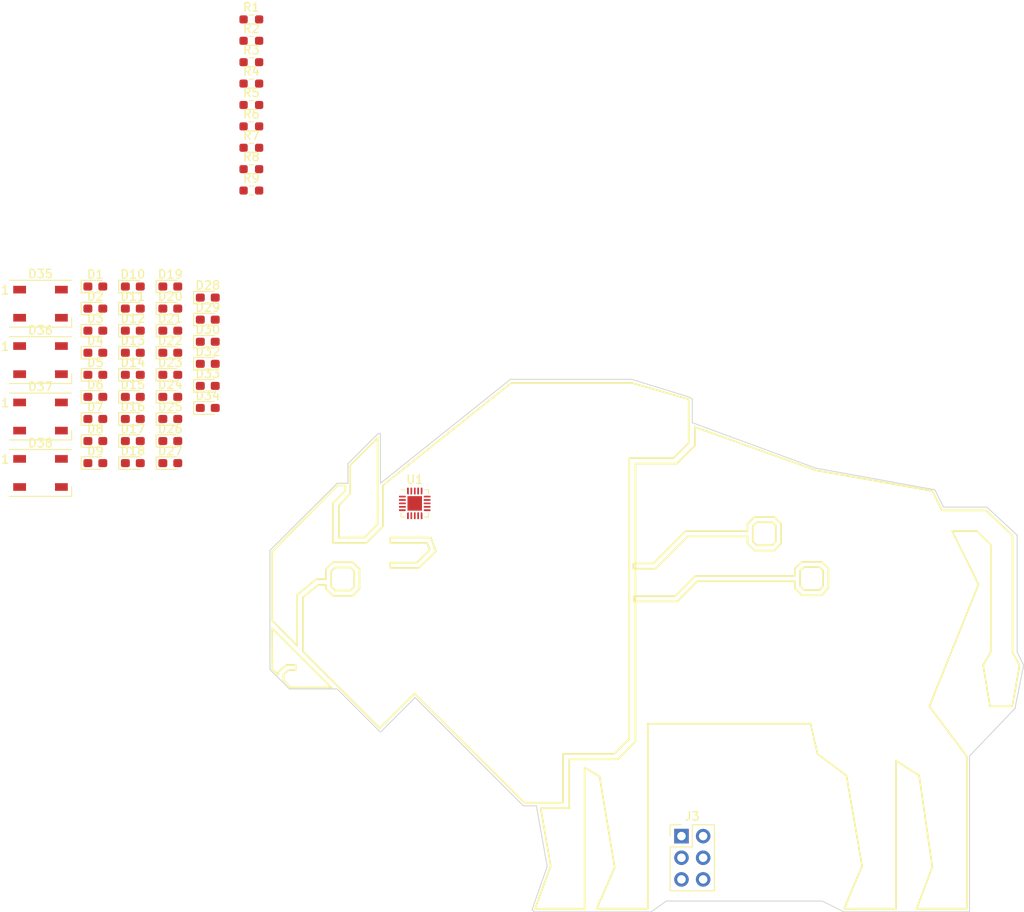
<source format=kicad_pcb>
(kicad_pcb (version 20221018) (generator pcbnew)
  (layers (0 "F.Cu" signal) (31 "B.Cu" signal) (34 "B.Paste" user) (35 "F.Paste" user) (36 "B.SilkS" user "B.Silkscreen") (37 "F.SilkS" user "F.Silkscreen") (38 "B.Mask" user) (39 "F.Mask" user) (44 "Edge.Cuts" user))
  (net 0 "")
  (net 1 "Net-(D1-K)")
  (net 2 "Net-(D1-A)")
  (net 3 "Net-(D11-K)")
  (net 4 "Net-(D10-K)")
  (net 5 "Net-(D12-A)")
  (net 6 "Net-(D10-A)")
  (net 7 "Net-(D32-K)")
  (net 8 "/LED_RED")
  (net 9 "Net-(D33-K)")
  (net 10 "/LED_GREEN")
  (net 11 "Net-(D34-K)")
  (net 12 "/LED_BLUE")
  (net 13 "/Battery_VIN")
  (net 14 "Net-(D35-DOUT)")
  (net 15 "GND")
  (net 16 "/DIO")
  (net 17 "Net-(D36-DOUT)")
  (net 18 "Net-(D37-DOUT)")
  (net 20 "/SDA{slash}MOSI{slash}DATA")
  (net 21 "/SCL{slash}SCK")
  (net 22 "/CS{slash}MISO")
  (net 23 "/UPDI")
  (net 24 "/Charlie_Plex_1")
  (net 25 "/Charlie_Plex_2")
  (net 26 "/Charlie_Plex_3")
  (net 27 "/Charlie_Plex_4")
  (net 28 "/Charlie_Plex_5")
  (net 29 "/Charlie_Plex_6")
  (net 32 "/RX")
  (net 33 "/TX")
  (footprint "Resistor_SMD:R_0603_1608Metric_Pad0.98x0.95mm_HandSolder" (layer "F.Cu") (at 49.1255 60.482)
    (fp_text reference "R6" (at 0 -1.43) (layer "F.SilkS"))
    (fp_text value "220")
    (pad "1" smd roundrect (at -0.9125 0) (size 0.975 0.95) (layers "F.Cu" "F.Paste" "F.Mask") (net 6 "Net-(D10-A)"))
    (pad "2" smd roundrect (at 0.9125 0) (size 0.975 0.95) (layers "F.Cu" "F.Paste" "F.Mask") (net 29 "/Charlie_Plex_6"))
  )
  (footprint "LED_SMD:LED_0603_1608Metric_Pad1.05x0.95mm_HandSolder" (layer "F.Cu") (at 44.0135 83.162)
    (fp_text reference "D29" (at 0 -1.43) (layer "F.SilkS"))
    (fp_text value "LED")
    (pad "1" smd roundrect (at -0.875 0) (size 1.05 0.95) (layers "F.Cu" "F.Paste" "F.Mask") (net 4 "Net-(D10-K)"))
    (pad "2" smd roundrect (at 0.875 0) (size 1.05 0.95) (layers "F.Cu" "F.Paste" "F.Mask") (net 1 "Net-(D1-K)"))
  )
  (footprint "LED_SMD:LED_0603_1608Metric_Pad1.05x0.95mm_HandSolder" (layer "F.Cu") (at 30.8285 79.274)
    (fp_text reference "D1" (at 0 -1.43) (layer "F.SilkS"))
    (fp_text value "LED")
    (pad "1" smd roundrect (at -0.875 0) (size 1.05 0.95) (layers "F.Cu" "F.Paste" "F.Mask") (net 1 "Net-(D1-K)"))
    (pad "2" smd roundrect (at 0.875 0) (size 1.05 0.95) (layers "F.Cu" "F.Paste" "F.Mask") (net 2 "Net-(D1-A)"))
  )
  (footprint "LED_SMD:LED_0603_1608Metric_Pad1.05x0.95mm_HandSolder" (layer "F.Cu") (at 30.8285 92.224)
    (fp_text reference "D6" (at 0 -1.43) (layer "F.SilkS"))
    (fp_text value "LED")
    (pad "1" smd roundrect (at -0.875 0) (size 1.05 0.95) (layers "F.Cu" "F.Paste" "F.Mask") (net 1 "Net-(D1-K)"))
    (pad "2" smd roundrect (at 0.875 0) (size 1.05 0.95) (layers "F.Cu" "F.Paste" "F.Mask") (net 3 "Net-(D11-K)"))
  )
  (footprint "LED_SMD:LED_0603_1608Metric_Pad1.05x0.95mm_HandSolder" (layer "F.Cu") (at 30.8285 97.404)
    (fp_text reference "D8" (at 0 -1.43) (layer "F.SilkS"))
    (fp_text value "LED")
    (pad "1" smd roundrect (at -0.875 0) (size 1.05 0.95) (layers "F.Cu" "F.Paste" "F.Mask") (net 2 "Net-(D1-A)"))
    (pad "2" smd roundrect (at 0.875 0) (size 1.05 0.95) (layers "F.Cu" "F.Paste" "F.Mask") (net 5 "Net-(D12-A)"))
  )
  (footprint "LED_SMD:LED_0603_1608Metric_Pad1.05x0.95mm_HandSolder" (layer "F.Cu") (at 35.2235 99.994)
    (fp_text reference "D18" (at 0 -1.43) (layer "F.SilkS"))
    (fp_text value "LED")
    (pad "1" smd roundrect (at -0.875 0) (size 1.05 0.95) (layers "F.Cu" "F.Paste" "F.Mask") (net 5 "Net-(D12-A)"))
    (pad "2" smd roundrect (at 0.875 0) (size 1.05 0.95) (layers "F.Cu" "F.Paste" "F.Mask") (net 1 "Net-(D1-K)"))
  )
  (footprint "Resistor_SMD:R_0603_1608Metric_Pad0.98x0.95mm_HandSolder" (layer "F.Cu") (at 49.1255 47.932)
    (fp_text reference "R1" (at 0 -1.43) (layer "F.SilkS"))
    (fp_text value "220")
    (pad "1" smd roundrect (at -0.9125 0) (size 0.975 0.95) (layers "F.Cu" "F.Paste" "F.Mask") (net 1 "Net-(D1-K)"))
    (pad "2" smd roundrect (at 0.9125 0) (size 0.975 0.95) (layers "F.Cu" "F.Paste" "F.Mask") (net 24 "/Charlie_Plex_1"))
  )
  (footprint "LED_SMD:LED_0603_1608Metric_Pad1.05x0.95mm_HandSolder" (layer "F.Cu") (at 44.0135 93.522)
    (fp_text reference "D34" (at 0 -1.43) (layer "F.SilkS"))
    (fp_text value "LED")
    (pad "1" smd roundrect (at -0.875 0) (size 1.05 0.95) (layers "F.Cu" "F.Paste" "F.Mask") (net 11 "Net-(D34-K)"))
    (pad "2" smd roundrect (at 0.875 0) (size 1.05 0.95) (layers "F.Cu" "F.Paste" "F.Mask") (net 12 "/LED_BLUE"))
  )
  (footprint "LED_SMD:LED_0603_1608Metric_Pad1.05x0.95mm_HandSolder" (layer "F.Cu") (at 39.6185 92.224)
    (fp_text reference "D24" (at 0 -1.43) (layer "F.SilkS"))
    (fp_text value "LED")
    (pad "1" smd roundrect (at -0.875 0) (size 1.05 0.95) (layers "F.Cu" "F.Paste" "F.Mask") (net 1 "Net-(D1-K)"))
    (pad "2" smd roundrect (at 0.875 0) (size 1.05 0.95) (layers "F.Cu" "F.Paste" "F.Mask") (net 4 "Net-(D10-K)"))
  )
  (footprint "Resistor_SMD:R_0603_1608Metric_Pad0.98x0.95mm_HandSolder" (layer "F.Cu") (at 49.1255 68.012)
    (fp_text reference "R9" (at 0 -1.43) (layer "F.SilkS"))
    (fp_text value "220")
    (pad "1" smd roundrect (at -0.9125 0) (size 0.975 0.95) (layers "F.Cu" "F.Paste" "F.Mask") (net 11 "Net-(D34-K)"))
    (pad "2" smd roundrect (at 0.9125 0) (size 0.975 0.95) (layers "F.Cu" "F.Paste" "F.Mask") (net 15 "GND"))
  )
  (footprint "LED_SMD:LED_WS2812B_PLCC4_5.0x5.0mm_P3.2mm" (layer "F.Cu") (at 24.3985 87.909)
    (fp_text reference "D36" (at 0 -3.5) (layer "F.SilkS"))
    (fp_text value "WS2812B")
    (fp_text user "1" (at -4.15 -1.6) (layer "F.SilkS"))
    (pad "1" smd rect (at -2.45 -1.65) (size 1.5 0.9) (layers "F.Cu" "F.Paste" "F.Mask") (net 13 "/Battery_VIN"))
    (pad "2" smd rect (at -2.45 1.65) (size 1.5 0.9) (layers "F.Cu" "F.Paste" "F.Mask") (net 17 "Net-(D36-DOUT)"))
    (pad "3" smd rect (at 2.45 1.65) (size 1.5 0.9) (layers "F.Cu" "F.Paste" "F.Mask") (net 15 "GND"))
    (pad "4" smd rect (at 2.45 -1.65) (size 1.5 0.9) (layers "F.Cu" "F.Paste" "F.Mask") (net 14 "Net-(D35-DOUT)"))
  )
  (footprint "LED_SMD:LED_0603_1608Metric_Pad1.05x0.95mm_HandSolder" (layer "F.Cu") (at 44.0135 88.342)
    (fp_text reference "D32" (at 0 -1.43) (layer "F.SilkS"))
    (fp_text value "LED")
    (pad "1" smd roundrect (at -0.875 0) (size 1.05 0.95) (layers "F.Cu" "F.Paste" "F.Mask") (net 7 "Net-(D32-K)"))
    (pad "2" smd roundrect (at 0.875 0) (size 1.05 0.95) (layers "F.Cu" "F.Paste" "F.Mask") (net 8 "/LED_RED"))
  )
  (footprint "LED_SMD:LED_0603_1608Metric_Pad1.05x0.95mm_HandSolder" (layer "F.Cu") (at 35.2235 97.404)
    (fp_text reference "D17" (at 0 -1.43) (layer "F.SilkS"))
    (fp_text value "LED")
    (pad "1" smd roundrect (at -0.875 0) (size 1.05 0.95) (layers "F.Cu" "F.Paste" "F.Mask") (net 3 "Net-(D11-K)"))
    (pad "2" smd roundrect (at 0.875 0) (size 1.05 0.95) (layers "F.Cu" "F.Paste" "F.Mask") (net 5 "Net-(D12-A)"))
  )
  (footprint "LED_SMD:LED_0603_1608Metric_Pad1.05x0.95mm_HandSolder" (layer "F.Cu") (at 39.6185 84.454)
    (fp_text reference "D21" (at 0 -1.43) (layer "F.SilkS"))
    (fp_text value "LED")
    (pad "1" smd roundrect (at -0.875 0) (size 1.05 0.95) (layers "F.Cu" "F.Paste" "F.Mask") (net 5 "Net-(D12-A)"))
    (pad "2" smd roundrect (at 0.875 0) (size 1.05 0.95) (layers "F.Cu" "F.Paste" "F.Mask") (net 3 "Net-(D11-K)"))
  )
  (footprint "LED_SMD:LED_0603_1608Metric_Pad1.05x0.95mm_HandSolder" (layer "F.Cu") (at 39.6185 87.044)
    (fp_text reference "D22" (at 0 -1.43) (layer "F.SilkS"))
    (fp_text value "LED")
    (pad "1" smd roundrect (at -0.875 0) (size 1.05 0.95) (layers "F.Cu" "F.Paste" "F.Mask") (net 3 "Net-(D11-K)"))
    (pad "2" smd roundrect (at 0.875 0) (size 1.05 0.95) (layers "F.Cu" "F.Paste" "F.Mask") (net 6 "Net-(D10-A)"))
  )
  (footprint "LED_SMD:LED_WS2812B_PLCC4_5.0x5.0mm_P3.2mm" (layer "F.Cu") (at 24.3985 94.529)
    (fp_text reference "D37" (at 0 -3.5) (layer "F.SilkS"))
    (fp_text value "WS2812B")
    (fp_text user "1" (at -4.15 -1.6) (layer "F.SilkS"))
    (pad "1" smd rect (at -2.45 -1.65) (size 1.5 0.9) (layers "F.Cu" "F.Paste" "F.Mask") (net 13 "/Battery_VIN"))
    (pad "2" smd rect (at -2.45 1.65) (size 1.5 0.9) (layers "F.Cu" "F.Paste" "F.Mask") (net 18 "Net-(D37-DOUT)"))
    (pad "3" smd rect (at 2.45 1.65) (size 1.5 0.9) (layers "F.Cu" "F.Paste" "F.Mask") (net 15 "GND"))
    (pad "4" smd rect (at 2.45 -1.65) (size 1.5 0.9) (layers "F.Cu" "F.Paste" "F.Mask") (net 17 "Net-(D36-DOUT)"))
  )
  (footprint "LED_SMD:LED_0603_1608Metric_Pad1.05x0.95mm_HandSolder" (layer "F.Cu") (at 44.0135 90.932)
    (fp_text reference "D33" (at 0 -1.43) (layer "F.SilkS"))
    (fp_text value "LED")
    (pad "1" smd roundrect (at -0.875 0) (size 1.05 0.95) (layers "F.Cu" "F.Paste" "F.Mask") (net 9 "Net-(D33-K)"))
    (pad "2" smd roundrect (at 0.875 0) (size 1.05 0.95) (layers "F.Cu" "F.Paste" "F.Mask") (net 10 "/LED_GREEN"))
  )
  (footprint "LED_SMD:LED_0603_1608Metric_Pad1.05x0.95mm_HandSolder" (layer "F.Cu") (at 39.6185 97.404)
    (fp_text reference "D26" (at 0 -1.43) (layer "F.SilkS"))
    (fp_text value "LED")
    (pad "1" smd roundrect (at -0.875 0) (size 1.05 0.95) (layers "F.Cu" "F.Paste" "F.Mask") (net 6 "Net-(D10-A)"))
    (pad "2" smd roundrect (at 0.875 0) (size 1.05 0.95) (layers "F.Cu" "F.Paste" "F.Mask") (net 5 "Net-(D12-A)"))
  )
  (footprint "LED_SMD:LED_0603_1608Metric_Pad1.05x0.95mm_HandSolder" (layer "F.Cu") (at 39.6185 94.814)
    (fp_text reference "D25" (at 0 -1.43) (layer "F.SilkS"))
    (fp_text value "LED")
    (pad "1" smd roundrect (at -0.875 0) (size 1.05 0.95) (layers "F.Cu" "F.Paste" "F.Mask") (net 4 "Net-(D10-K)"))
    (pad "2" smd roundrect (at 0.875 0) (size 1.05 0.95) (layers "F.Cu" "F.Paste" "F.Mask") (net 2 "Net-(D1-A)"))
  )
  (footprint "LED_SMD:LED_0603_1608Metric_Pad1.05x0.95mm_HandSolder" (layer "F.Cu") (at 44.0135 85.752)
    (fp_text reference "D30" (at 0 -1.43) (layer "F.SilkS"))
    (fp_text value "LED")
    (pad "1" smd roundrect (at -0.875 0) (size 1.05 0.95) (layers "F.Cu" "F.Paste" "F.Mask") (net 2 "Net-(D1-A)"))
    (pad "2" smd roundrect (at 0.875 0) (size 1.05 0.95) (layers "F.Cu" "F.Paste" "F.Mask") (net 1 "Net-(D1-K)"))
  )
  (footprint "LED_SMD:LED_0603_1608Metric_Pad1.05x0.95mm_HandSolder" (layer "F.Cu") (at 30.8285 94.814)
    (fp_text reference "D7" (at 0 -1.43) (layer "F.SilkS"))
    (fp_text value "LED")
    (pad "1" smd roundrect (at -0.875 0) (size 1.05 0.95) (layers "F.Cu" "F.Paste" "F.Mask") (net 3 "Net-(D11-K)"))
    (pad "2" smd roundrect (at 0.875 0) (size 1.05 0.95) (layers "F.Cu" "F.Paste" "F.Mask") (net 2 "Net-(D1-A)"))
  )
  (footprint "Resistor_SMD:R_0603_1608Metric_Pad0.98x0.95mm_HandSolder" (layer "F.Cu") (at 49.1255 52.952)
    (fp_text reference "R3" (at 0 -1.43) (layer "F.SilkS"))
    (fp_text value "220")
    (pad "1" smd roundrect (at -0.9125 0) (size 0.975 0.95) (layers "F.Cu" "F.Paste" "F.Mask") (net 3 "Net-(D11-K)"))
    (pad "2" smd roundrect (at 0.9125 0) (size 0.975 0.95) (layers "F.Cu" "F.Paste" "F.Mask") (net 26 "/Charlie_Plex_3"))
  )
  (footprint "LED_SMD:LED_0603_1608Metric_Pad1.05x0.95mm_HandSolder" (layer "F.Cu") (at 35.2235 89.634)
    (fp_text reference "D14" (at 0 -1.43) (layer "F.SilkS"))
    (fp_text value "LED")
    (pad "1" smd roundrect (at -0.875 0) (size 1.05 0.95) (layers "F.Cu" "F.Paste" "F.Mask") (net 2 "Net-(D1-A)"))
    (pad "2" smd roundrect (at 0.875 0) (size 1.05 0.95) (layers "F.Cu" "F.Paste" "F.Mask") (net 6 "Net-(D10-A)"))
  )
  (footprint "LED_SMD:LED_0603_1608Metric_Pad1.05x0.95mm_HandSolder" (layer "F.Cu") (at 30.8285 81.864)
    (fp_text reference "D2" (at 0 -1.43) (layer "F.SilkS"))
    (fp_text value "LED")
    (pad "1" smd roundrect (at -0.875 0) (size 1.05 0.95) (layers "F.Cu" "F.Paste" "F.Mask") (net 2 "Net-(D1-A)"))
    (pad "2" smd roundrect (at 0.875 0) (size 1.05 0.95) (layers "F.Cu" "F.Paste" "F.Mask") (net 3 "Net-(D11-K)"))
  )
  (footprint "LED_SMD:LED_WS2812B_PLCC4_5.0x5.0mm_P3.2mm" (layer "F.Cu") (at 24.3985 101.149)
    (fp_text reference "D38" (at 0 -3.5) (layer "F.SilkS"))
    (fp_text value "WS2812B")
    (fp_text user "1" (at -4.15 -1.6) (layer "F.SilkS"))
    (pad "1" smd rect (at -2.45 -1.65) (size 1.5 0.9) (layers "F.Cu" "F.Paste" "F.Mask") (net 13 "/Battery_VIN"))
    (pad "2" smd rect (at -2.45 1.65) (size 1.5 0.9) (layers "F.Cu" "F.Paste" "F.Mask"))
    (pad "3" smd rect (at 2.45 1.65) (size 1.5 0.9) (layers "F.Cu" "F.Paste" "F.Mask") (net 15 "GND"))
    (pad "4" smd rect (at 2.45 -1.65) (size 1.5 0.9) (layers "F.Cu" "F.Paste" "F.Mask") (net 18 "Net-(D37-DOUT)"))
  )
  (footprint "Resistor_SMD:R_0603_1608Metric_Pad0.98x0.95mm_HandSolder" (layer "F.Cu") (at 49.1255 65.502)
    (fp_text reference "R8" (at 0 -1.43) (layer "F.SilkS"))
    (fp_text value "220")
    (pad "1" smd roundrect (at -0.9125 0) (size 0.975 0.95) (layers "F.Cu" "F.Paste" "F.Mask") (net 9 "Net-(D33-K)"))
    (pad "2" smd roundrect (at 0.9125 0) (size 0.975 0.95) (layers "F.Cu" "F.Paste" "F.Mask") (net 15 "GND"))
  )
  (footprint "LED_SMD:LED_0603_1608Metric_Pad1.05x0.95mm_HandSolder" (layer "F.Cu") (at 35.2235 92.224)
    (fp_text reference "D15" (at 0 -1.43) (layer "F.SilkS"))
    (fp_text value "LED")
    (pad "1" smd roundrect (at -0.875 0) (size 1.05 0.95) (layers "F.Cu" "F.Paste" "F.Mask") (net 6 "Net-(D10-A)"))
    (pad "2" smd roundrect (at 0.875 0) (size 1.05 0.95) (layers "F.Cu" "F.Paste" "F.Mask") (net 4 "Net-(D10-K)"))
  )
  (footprint "LED_SMD:LED_0603_1608Metric_Pad1.05x0.95mm_HandSolder" (layer "F.Cu") (at 35.2235 94.814)
    (fp_text reference "D16" (at 0 -1.43) (layer "F.SilkS"))
    (fp_text value "LED")
    (pad "1" smd roundrect (at -0.875 0) (size 1.05 0.95) (layers "F.Cu" "F.Paste" "F.Mask") (net 2 "Net-(D1-A)"))
    (pad "2" smd roundrect (at 0.875 0) (size 1.05 0.95) (layers "F.Cu" "F.Paste" "F.Mask") (net 4 "Net-(D10-K)"))
  )
  (footprint "LED_SMD:LED_0603_1608Metric_Pad1.05x0.95mm_HandSolder" (layer "F.Cu") (at 30.8285 84.454)
    (fp_text reference "D3" (at 0 -1.43) (layer "F.SilkS"))
    (fp_text value "LED")
    (pad "1" smd roundrect (at -0.875 0) (size 1.05 0.95) (layers "F.Cu" "F.Paste" "F.Mask") (net 3 "Net-(D11-K)"))
    (pad "2" smd roundrect (at 0.875 0) (size 1.05 0.95) (layers "F.Cu" "F.Paste" "F.Mask") (net 4 "Net-(D10-K)"))
  )
  (footprint "Resistor_SMD:R_0603_1608Metric_Pad0.98x0.95mm_HandSolder" (layer "F.Cu") (at 49.1255 62.992)
    (fp_text reference "R7" (at 0 -1.43) (layer "F.SilkS"))
    (fp_text value "220")
    (pad "1" smd roundrect (at -0.9125 0) (size 0.975 0.95) (layers "F.Cu" "F.Paste" "F.Mask") (net 7 "Net-(D32-K)"))
    (pad "2" smd roundrect (at 0.9125 0) (size 0.975 0.95) (layers "F.Cu" "F.Paste" "F.Mask") (net 15 "GND"))
  )
  (footprint "LED_SMD:LED_0603_1608Metric_Pad1.05x0.95mm_HandSolder" (layer "F.Cu") (at 30.8285 87.044)
    (fp_text reference "D4" (at 0 -1.43) (layer "F.SilkS"))
    (fp_text value "LED")
    (pad "1" smd roundrect (at -0.875 0) (size 1.05 0.95) (layers "F.Cu" "F.Paste" "F.Mask") (net 4 "Net-(D10-K)"))
    (pad "2" smd roundrect (at 0.875 0) (size 1.05 0.95) (layers "F.Cu" "F.Paste" "F.Mask") (net 5 "Net-(D12-A)"))
  )
  (footprint "LED_SMD:LED_WS2812B_PLCC4_5.0x5.0mm_P3.2mm" (layer "F.Cu") (at 24.3985 81.289)
    (fp_text reference "D35" (at 0 -3.5) (layer "F.SilkS"))
    (fp_text value "WS2812B")
    (fp_text user "1" (at -4.15 -1.6) (layer "F.SilkS"))
    (pad "1" smd rect (at -2.45 -1.65) (size 1.5 0.9) (layers "F.Cu" "F.Paste" "F.Mask") (net 13 "/Battery_VIN"))
    (pad "2" smd rect (at -2.45 1.65) (size 1.5 0.9) (layers "F.Cu" "F.Paste" "F.Mask") (net 14 "Net-(D35-DOUT)"))
    (pad "3" smd rect (at 2.45 1.65) (size 1.5 0.9) (layers "F.Cu" "F.Paste" "F.Mask") (net 15 "GND"))
    (pad "4" smd rect (at 2.45 -1.65) (size 1.5 0.9) (layers "F.Cu" "F.Paste" "F.Mask") (net 16 "/DIO"))
  )
  (footprint "LED_SMD:LED_0603_1608Metric_Pad1.05x0.95mm_HandSolder" (layer "F.Cu") (at 30.8285 89.634)
    (fp_text reference "D5" (at 0 -1.43) (layer "F.SilkS"))
    (fp_text value "LED")
    (pad "1" smd roundrect (at -0.875 0) (size 1.05 0.95) (layers "F.Cu" "F.Paste" "F.Mask") (net 5 "Net-(D12-A)"))
    (pad "2" smd roundrect (at 0.875 0) (size 1.05 0.95) (layers "F.Cu" "F.Paste" "F.Mask") (net 6 "Net-(D10-A)"))
  )
  (footprint "LED_SMD:LED_0603_1608Metric_Pad1.05x0.95mm_HandSolder" (layer "F.Cu") (at 39.6185 89.634)
    (fp_text reference "D23" (at 0 -1.43) (layer "F.SilkS"))
    (fp_text value "LED")
    (pad "1" smd roundrect (at -0.875 0) (size 1.05 0.95) (layers "F.Cu" "F.Paste" "F.Mask") (net 6 "Net-(D10-A)"))
    (pad "2" smd roundrect (at 0.875 0) (size 1.05 0.95) (layers "F.Cu" "F.Paste" "F.Mask") (net 1 "Net-(D1-K)"))
  )
  (footprint "LED_SMD:LED_0603_1608Metric_Pad1.05x0.95mm_HandSolder" (layer "F.Cu") (at 35.2235 79.274)
    (fp_text reference "D10" (at 0 -1.43) (layer "F.SilkS"))
    (fp_text value "LED")
    (pad "1" smd roundrect (at -0.875 0) (size 1.05 0.95) (layers "F.Cu" "F.Paste" "F.Mask") (net 4 "Net-(D10-K)"))
    (pad "2" smd roundrect (at 0.875 0) (size 1.05 0.95) (layers "F.Cu" "F.Paste" "F.Mask") (net 6 "Net-(D10-A)"))
  )
  (footprint "LED_SMD:LED_0603_1608Metric_Pad1.05x0.95mm_HandSolder" (layer "F.Cu") (at 39.6185 79.274)
    (fp_text reference "D19" (at 0 -1.43) (layer "F.SilkS"))
    (fp_text value "LED")
    (pad "1" smd roundrect (at -0.875 0) (size 1.05 0.95) (layers "F.Cu" "F.Paste" "F.Mask") (net 1 "Net-(D1-K)"))
    (pad "2" smd roundrect (at 0.875 0) (size 1.05 0.95) (layers "F.Cu" "F.Paste" "F.Mask") (net 6 "Net-(D10-A)"))
  )
  (footprint "Resistor_SMD:R_0603_1608Metric_Pad0.98x0.95mm_HandSolder" (layer "F.Cu") (at 49.1255 50.442)
    (fp_text reference "R2" (at 0 -1.43) (layer "F.SilkS"))
    (fp_text value "220")
    (pad "1" smd roundrect (at -0.9125 0) (size 0.975 0.95) (layers "F.Cu" "F.Paste" "F.Mask") (net 2 "Net-(D1-A)"))
    (pad "2" smd roundrect (at 0.9125 0) (size 0.975 0.95) (layers "F.Cu" "F.Paste" "F.Mask") (net 25 "/Charlie_Plex_2"))
  )
  (footprint "LED_SMD:LED_0603_1608Metric_Pad1.05x0.95mm_HandSolder" (layer "F.Cu") (at 35.2235 84.454)
    (fp_text reference "D12" (at 0 -1.43) (layer "F.SilkS"))
    (fp_text value "LED")
    (pad "1" smd roundrect (at -0.875 0) (size 1.05 0.95) (layers "F.Cu" "F.Paste" "F.Mask") (net 1 "Net-(D1-K)"))
    (pad "2" smd roundrect (at 0.875 0) (size 1.05 0.95) (layers "F.Cu" "F.Paste" "F.Mask") (net 5 "Net-(D12-A)"))
  )
  (footprint "LED_SMD:LED_0603_1608Metric_Pad1.05x0.95mm_HandSolder" (layer "F.Cu") (at 39.6185 99.994)
    (fp_text reference "D27" (at 0 -1.43) (layer "F.SilkS"))
    (fp_text value "LED")
    (pad "1" smd roundrect (at -0.875 0) (size 1.05 0.95) (layers "F.Cu" "F.Paste" "F.Mask") (net 6 "Net-(D10-A)"))
    (pad "2" smd roundrect (at 0.875 0) (size 1.05 0.95) (layers "F.Cu" "F.Paste" "F.Mask") (net 3 "Net-(D11-K)"))
  )
  (footprint "LED_SMD:LED_0603_1608Metric_Pad1.05x0.95mm_HandSolder" (layer "F.Cu") (at 35.2235 81.864)
    (fp_text reference "D11" (at 0 -1.43) (layer "F.SilkS"))
    (fp_text value "LED")
    (pad "1" smd roundrect (at -0.875 0) (size 1.05 0.95) (layers "F.Cu" "F.Paste" "F.Mask") (net 3 "Net-(D11-K)"))
    (pad "2" smd roundrect (at 0.875 0) (size 1.05 0.95) (layers "F.Cu" "F.Paste" "F.Mask") (net 1 "Net-(D1-K)"))
  )
  (footprint "LED_SMD:LED_0603_1608Metric_Pad1.05x0.95mm_HandSolder" (layer "F.Cu") (at 30.8285 99.994)
    (fp_text reference "D9" (at 0 -1.43) (layer "F.SilkS"))
    (fp_text value "LED")
    (pad "1" smd roundrect (at -0.875 0) (size 1.05 0.95) (layers "F.Cu" "F.Paste" "F.Mask") (net 5 "Net-(D12-A)"))
    (pad "2" smd roundrect (at 0.875 0) (size 1.05 0.95) (layers "F.Cu" "F.Paste" "F.Mask") (net 4 "Net-(D10-K)"))
  )
  (footprint "LED_SMD:LED_0603_1608Metric_Pad1.05x0.95mm_HandSolder" (layer "F.Cu") (at 44.0135 80.572)
    (fp_text reference "D28" (at 0 -1.43) (layer "F.SilkS"))
    (fp_text value "LED")
    (pad "1" smd roundrect (at -0.875 0) (size 1.05 0.95) (layers "F.Cu" "F.Paste" "F.Mask") (net 4 "Net-(D10-K)"))
    (pad "2" smd roundrect (at 0.875 0) (size 1.05 0.95) (layers "F.Cu" "F.Paste" "F.Mask") (net 3 "Net-(D11-K)"))
  )
  (footprint "Package_DFN_QFN:VQFN-20-1EP_3x3mm_P0.4mm_EP1.7x1.7mm" (layer "F.Cu") (at 68.288 104.722)
    (fp_text reference "U1" (at 0 -2.8) (layer "F.SilkS"))
    (fp_text value "ATtiny816-M")
    (pad "1" smd custom (at -1.45 -0.8) (size 0.143431 0.143431) (layers "F.Cu" "F.Paste" "F.Mask") (net 25 "/Charlie_Plex_2") (options (clearance outline) (anchor circle)) (primitives (gr_poly (pts (xy 0.35 0.000711) (xy 0.35 0.05) (xy -0.35 0.05) (xy -0.35 -0.05) (xy 0.299289 -0.05)) (width 0.1) (fill yes))))
    (pad "2" smd roundrect (at -1.45 -0.4) (size 0.8 0.2) (layers "F.Cu" "F.Paste" "F.Mask") (net 26 "/Charlie_Plex_3"))
    (pad "3" smd roundrect (at -1.45 0) (size 0.8 0.2) (layers "F.Cu" "F.Paste" "F.Mask") (net 15 "GND"))
    (pad "4" smd roundrect (at -1.45 0.4) (size 0.8 0.2) (layers "F.Cu" "F.Paste" "F.Mask") (net 13 "/Battery_VIN"))
    (pad "5" smd custom (at -1.45 0.8) (size 0.143431 0.143431) (layers "F.Cu" "F.Paste" "F.Mask") (net 27 "/Charlie_Plex_4") (options (clearance outline) (anchor circle)) (primitives (gr_poly (pts (xy 0.35 -0.000711) (xy 0.299289 0.05) (xy -0.35 0.05) (xy -0.35 -0.05) (xy 0.35 -0.05)) (width 0.1) (fill yes))))
    (pad "6" smd custom (at -0.8 1.45) (size 0.143431 0.143431) (layers "F.Cu" "F.Paste" "F.Mask") (net 28 "/Charlie_Plex_5") (options (clearance outline) (anchor circle)) (primitives (gr_poly (pts (xy 0.05 0.35) (xy -0.05 0.35) (xy -0.05 -0.299289) (xy 0.000711 -0.35) (xy 0.05 -0.35)) (width 0.1) (fill yes))))
    (pad "7" smd roundrect (at -0.4 1.45) (size 0.2 0.8) (layers "F.Cu" "F.Paste" "F.Mask") (net 29 "/Charlie_Plex_6"))
    (pad "8" smd roundrect (at 0 1.45) (size 0.2 0.8) (layers "F.Cu" "F.Paste" "F.Mask"))
    (pad "9" smd roundrect (at 0.4 1.45) (size 0.2 0.8) (layers "F.Cu" "F.Paste" "F.Mask"))
    (pad "10" smd custom (at 0.8 1.45) (size 0.143431 0.143431) (layers "F.Cu" "F.Paste" "F.Mask") (net 16 "/DIO") (options (clearance outline) (anchor circle)) (primitives (gr_poly (pts (xy 0.05 -0.299289) (xy 0.05 0.35) (xy -0.05 0.35) (xy -0.05 -0.35) (xy -0.000711 -0.35)) (width 0.1) (fill yes))))
    (pad "11" smd custom (at 1.45 0.8) (size 0.143431 0.143431) (layers "F.Cu" "F.Paste" "F.Mask") (net 32 "/RX") (options (clearance outline) (anchor circle)) (primitives (gr_poly (pts (xy 0.35 0.05) (xy -0.299289 0.05) (xy -0.35 -0.000711) (xy -0.35 -0.05) (xy 0.35 -0.05)) (width 0.1) (fill yes))))
    (pad "12" smd roundrect (at 1.45 0.4) (size 0.8 0.2) (layers "F.Cu" "F.Paste" "F.Mask") (net 33 "/TX"))
    (pad "13" smd roundrect (at 1.45 0) (size 0.8 0.2) (layers "F.Cu" "F.Paste" "F.Mask") (net 20 "/SDA{slash}MOSI{slash}DATA"))
    (pad "14" smd roundrect (at 1.45 -0.4) (size 0.8 0.2) (layers "F.Cu" "F.Paste" "F.Mask") (net 21 "/SCL{slash}SCK"))
    (pad "15" smd custom (at 1.45 -0.8) (size 0.143431 0.143431) (layers "F.Cu" "F.Paste" "F.Mask") (net 8 "/LED_RED") (options (clearance outline) (anchor circle)) (primitives (gr_poly (pts (xy 0.35 0.05) (xy -0.35 0.05) (xy -0.35 0.000711) (xy -0.299289 -0.05) (xy 0.35 -0.05)) (width 0.1) (fill yes))))
    (pad "16" smd custom (at 0.8 -1.45) (size 0.143431 0.143431) (layers "F.Cu" "F.Paste" "F.Mask") (net 10 "/LED_GREEN") (options (clearance outline) (anchor circle)) (primitives (gr_poly (pts (xy 0.05 0.299289) (xy -0.000711 0.35) (xy -0.05 0.35) (xy -0.05 -0.35) (xy 0.05 -0.35)) (width 0.1) (fill yes))))
    (pad "17" smd roundrect (at 0.4 -1.45) (size 0.2 0.8) (layers "F.Cu" "F.Paste" "F.Mask") (net 12 "/LED_BLUE"))
    (pad "18" smd roundrect (at 0 -1.45) (size 0.2 0.8) (layers "F.Cu" "F.Paste" "F.Mask") (net 22 "/CS{slash}MISO"))
    (pad "19" smd roundrect (at -0.4 -1.45) (size 0.2 0.8) (layers "F.Cu" "F.Paste" "F.Mask") (net 23 "/UPDI"))
    (pad "20" smd custom (at -0.8 -1.45) (size 0.143431 0.143431) (layers "F.Cu" "F.Paste" "F.Mask") (net 24 "/Charlie_Plex_1") (options (clearance outline) (anchor circle)) (primitives (gr_poly (pts (xy 0.05 0.35) (xy 0.000711 0.35) (xy -0.05 0.299289) (xy -0.05 -0.35) (xy 0.05 -0.35)) (width 0.1) (fill yes))))
    (pad "21" smd rect (at 0 0) (size 1.7 1.7) (layers "F.Cu" "F.Mask") (net 15 "GND"))
  )
  (footprint "Resistor_SMD:R_0603_1608Metric_Pad0.98x0.95mm_HandSolder" (layer "F.Cu") (at 49.1255 57.972)
    (fp_text reference "R5" (at 0 -1.43) (layer "F.SilkS"))
    (fp_text value "220")
    (pad "1" smd roundrect (at -0.9125 0) (size 0.975 0.95) (layers "F.Cu" "F.Paste" "F.Mask") (net 5 "Net-(D12-A)"))
    (pad "2" smd roundrect (at 0.9125 0) (size 0.975 0.95) (layers "F.Cu" "F.Paste" "F.Mask") (net 28 "/Charlie_Plex_5"))
  )
  (footprint "Connector_PinHeader_2.54mm:PinHeader_2x03_P2.54mm_Vertical" (layer "F.Cu") (at 99.568 143.764)
    (fp_text reference "J3" (at 1.27 -2.33) (layer "F.SilkS"))
    (fp_text value "Conn_02x03_Counter_Clockwise")
    (pad "1" thru_hole rect (at 0 0) (size 1.7 1.7) (drill 1) (layers "*.Cu" "*.Mask") (net 13 "/Battery_VIN"))
    (pad "2" thru_hole oval (at 2.54 0) (size 1.7 1.7) (drill 1) (layers "*.Cu" "*.Mask") (net 15 "GND"))
    (pad "3" thru_hole oval (at 0 2.54) (size 1.7 1.7) (drill 1) (layers "*.Cu" "*.Mask") (net 20 "/SDA{slash}MOSI{slash}DATA"))
    (pad "4" thru_hole oval (at 2.54 2.54) (size 1.7 1.7) (drill 1) (layers "*.Cu" "*.Mask") (net 21 "/SCL{slash}SCK"))
    (pad "5" thru_hole oval (at 0 5.08) (size 1.7 1.7) (drill 1) (layers "*.Cu" "*.Mask") (net 22 "/CS{slash}MISO"))
    (pad "6" thru_hole oval (at 2.54 5.08) (size 1.7 1.7) (drill 1) (layers "*.Cu" "*.Mask") (net 23 "/UPDI"))
  )
  (footprint "LED_SMD:LED_0603_1608Metric_Pad1.05x0.95mm_HandSolder" (layer "F.Cu") (at 39.6185 81.864)
    (fp_text reference "D20" (at 0 -1.43) (layer "F.SilkS"))
    (fp_text value "LED")
    (pad "1" smd roundrect (at -0.875 0) (size 1.05 0.95) (layers "F.Cu" "F.Paste" "F.Mask") (net 6 "Net-(D10-A)"))
    (pad "2" smd roundrect (at 0.875 0) (size 1.05 0.95) (layers "F.Cu" "F.Paste" "F.Mask") (net 2 "Net-(D1-A)"))
  )
  (footprint "LED_SMD:LED_0603_1608Metric_Pad1.05x0.95mm_HandSolder" (layer "F.Cu") (at 35.2235 87.044)
    (fp_text reference "D13" (at 0 -1.43) (layer "F.SilkS"))
    (fp_text value "LED")
    (pad "1" smd roundrect (at -0.875 0) (size 1.05 0.95) (layers "F.Cu" "F.Paste" "F.Mask") (net 5 "Net-(D12-A)"))
    (pad "2" smd roundrect (at 0.875 0) (size 1.05 0.95) (layers "F.Cu" "F.Paste" "F.Mask") (net 2 "Net-(D1-A)"))
  )
  (footprint "Resistor_SMD:R_0603_1608Metric_Pad0.98x0.95mm_HandSolder" (layer "F.Cu") (at 49.1255 55.462)
    (fp_text reference "R4" (at 0 -1.43) (layer "F.SilkS"))
    (fp_text value "220")
    (pad "1" smd roundrect (at -0.9125 0) (size 0.975 0.95) (layers "F.Cu" "F.Paste" "F.Mask") (net 4 "Net-(D10-K)"))
    (pad "2" smd roundrect (at 0.9125 0) (size 0.975 0.95) (layers "F.Cu" "F.Paste" "F.Mask") (net 27 "/Charlie_Plex_4"))
  )
  (gr_line (start 112.8596 113.2393) (end 112.8596 112.3593) (stroke (width 0.2)) (layer "F.SilkS"))
  (gr_line (start 101.1429 97.9369) (end 99.0141 100.058) (stroke (width 0.2)) (layer "F.SilkS"))
  (gr_line (start 128.984 147.3571) (end 127.1534 152.2845) (stroke (width 0.2)) (layer "F.SilkS"))
  (gr_line (start 107.9301 107.3676) (end 107.9301 109.1605) (stroke (width 0.2)) (layer "F.SilkS"))
  (gr_line (start 112.8596 112.3593) (end 113.7068 111.5798) (stroke (width 0.2)) (layer "F.SilkS"))
  (gr_line (start 135.2804 105.549) (end 130.124 105.549) (stroke (width 0.2)) (layer "F.SilkS"))
  (gr_line (start 94.1754 111.7698) (end 93.9163 111.7698) (stroke (width 0.2)) (layer "F.SilkS"))
  (gr_line (start 110.6323 109.1605) (end 110.6323 107.3676) (stroke (width 0.2)) (layer "F.SilkS"))
  (gr_line (start 60.1477 103.2114) (end 60.1477 102.6219) (stroke (width 0.2)) (layer "F.SilkS"))
  (gr_line (start 51.572 124.1418) (end 52.2802 124.8416) (stroke (width 0.2)) (layer "F.SilkS"))
  (gr_line (start 56.9643 114.282) (end 55.1707 115.7585) (stroke (width 0.2)) (layer "F.SilkS"))
  (gr_line (start 100.4165 97.6212) (end 100.4165 92.5004) (stroke (width 0.2)) (layer "F.SilkS"))
  (gr_line (start 85.6764 134.1088) (end 91.7051 134.1088) (stroke (width 0.2)) (layer "F.SilkS"))
  (gr_line (start 54.3189 124.2822) (end 53.485 124.2822) (stroke (width 0.2)) (layer "F.SilkS"))
  (gr_line (start 107.3141 107.9781) (end 107.3141 107.1127) (stroke (width 0.2)) (layer "F.SilkS"))
  (gr_line (start 52.897 124.7878) (end 52.897 125.459) (stroke (width 0.2)) (layer "F.SilkS"))
  (gr_line (start 108.4064 109.6368) (end 110.1993 109.6368) (stroke (width 0.2)) (layer "F.SilkS"))
  (gr_line (start 61.8064 114.7255) (end 60.999 115.5615) (stroke (width 0.2)) (layer "F.SilkS"))
  (gr_line (start 84.2306 147.2663) (end 82.4001 152.2845) (stroke (width 0.2)) (layer "F.SilkS"))
  (gr_line (start 99.0141 100.058) (end 94.1754 100.058) (stroke (width 0.2)) (layer "F.SilkS"))
  (gr_line (start 54.5072 115.4484) (end 56.7275 113.6185) (stroke (width 0.2)) (layer "F.SilkS"))
  (gr_line (start 111.2476 109.4175) (end 110.4556 110.2535) (stroke (width 0.2)) (layer "F.SilkS"))
  (gr_line (start 58.9513 114.945) (end 60.7441 114.945) (stroke (width 0.2)) (layer "F.SilkS"))
  (gr_line (start 110.4556 106.3193) (end 111.2476 107.1127) (stroke (width 0.2)) (layer "F.SilkS"))
  (gr_line (start 60.7162 100.2472) (end 60.7162 103.5871) (stroke (width 0.2)) (layer "F.SilkS"))
  (gr_line (start 91.7051 134.1088) (end 93.4498 132.3543) (stroke (width 0.2)) (layer "F.SilkS"))
  (gr_line (start 112.8596 113.856) (end 101.4376 113.856) (stroke (width 0.2)) (layer "F.SilkS"))
  (gr_line (start 114.7062 130.5769) (end 115.5297 134.1339) (stroke (width 0.2)) (layer "F.SilkS"))
  (gr_line (start 128.6383 128.5389) (end 134.4073 114.2303) (stroke (width 0.2)) (layer "F.SilkS"))
  (gr_line (start 58.9513 112.2435) (end 58.4889 112.6766) (stroke (width 0.2)) (layer "F.SilkS"))
  (gr_line (start 113.7068 111.5798) (end 116.0115 111.5798) (stroke (width 0.2)) (layer "F.SilkS"))
  (gr_line (start 93.7431 90.5832) (end 79.6071 90.5832) (stroke (width 0.2)) (layer "F.SilkS"))
  (gr_line (start 110.1993 106.9353) (end 108.4064 106.9353) (stroke (width 0.2)) (layer "F.SilkS"))
  (gr_line (start 94.1754 132.6679) (end 92.1011 134.7541) (stroke (width 0.2)) (layer "F.SilkS"))
  (gr_line (start 139.2166 123.6939) (end 138.361 122.149) (stroke (width 0.2)) (layer "F.SilkS"))
  (gr_line (start 116.7938 114.664) (end 116.0115 115.514) (stroke (width 0.2)) (layer "F.SilkS"))
  (gr_line (start 57.8722 112.4207) (end 58.6957 111.6273) (stroke (width 0.2)) (layer "F.SilkS"))
  (gr_line (start 64.1804 131.0979) (end 68.2529 127.0303) (stroke (width 0.2)) (layer "F.SilkS"))
  (gr_line (start 134.9415 123.6981) (end 135.7566 128.5333) (stroke (width 0.2)) (layer "F.SilkS"))
  (gr_line (start 98.8109 115.609) (end 101.1813 113.2393) (stroke (width 0.2)) (layer "F.SilkS"))
  (gr_line (start 100.4165 92.5004) (end 93.7431 90.5832) (stroke (width 0.2)) (layer "F.SilkS"))
  (gr_line (start 115.5297 134.1339) (end 118.917 136.6573) (stroke (width 0.2)) (layer "F.SilkS"))
  (gr_line (start 130.124 105.549) (end 128.9967 103.2651) (stroke (width 0.2)) (layer "F.SilkS"))
  (gr_line (start 59.2271 102.6219) (end 51.5683 110.3771) (stroke (width 0.2)) (layer "F.SilkS"))
  (gr_line (start 94.1754 112.3865) (end 94.1754 115.609) (stroke (width 0.2)) (layer "F.SilkS"))
  (gr_line (start 65.4096 112.2908) (end 65.4096 111.6755) (stroke (width 0.2)) (layer "F.SilkS"))
  (gr_line (start 115.3133 100.8367) (end 101.1429 95.7669) (stroke (width 0.2)) (layer "F.SilkS"))
  (gr_line (start 54.5072 121.4352) (end 54.5072 115.4484) (stroke (width 0.2)) (layer "F.SilkS"))
  (gr_line (start 113.4756 114.4077) (end 113.9624 114.898) (stroke (width 0.2)) (layer "F.SilkS"))
  (gr_line (start 94.1754 115.609) (end 93.9966 115.609) (stroke (width 0.2)) (layer "F.SilkS"))
  (gr_line (start 86.402 140.4895) (end 83.0657 140.4895) (stroke (width 0.2)) (layer "F.SilkS"))
  (gr_line (start 127.4398 136.6573) (end 128.984 147.3571) (stroke (width 0.2)) (layer "F.SilkS"))
  (gr_line (start 85.6764 139.8435) (end 85.6764 134.1088) (stroke (width 0.2)) (layer "F.SilkS"))
  (gr_line (start 93.9966 115.609) (end 93.9966 116.2257) (stroke (width 0.2)) (layer "F.SilkS"))
  (gr_line (start 110.1993 109.6368) (end 110.6323 109.1605) (stroke (width 0.2)) (layer "F.SilkS"))
  (gr_line (start 60.999 111.6273) (end 61.8064 112.4207) (stroke (width 0.2)) (layer "F.SilkS"))
  (gr_line (start 107.3141 108.5941) (end 100.2957 108.5941) (stroke (width 0.2)) (layer "F.SilkS"))
  (gr_line (start 69.7412 109.3526) (end 65.4096 109.3526) (stroke (width 0.2)) (layer "F.SilkS"))
  (gr_line (start 113.4756 112.6149) (end 113.4756 114.4077) (stroke (width 0.2)) (layer "F.SilkS"))
  (gr_line (start 100.0394 107.9781) (end 107.3141 107.9781) (stroke (width 0.2)) (layer "F.SilkS"))
  (gr_line (start 52.897 125.459) (end 53.7239 126.3209) (stroke (width 0.2)) (layer "F.SilkS"))
  (gr_line (start 135.7566 128.5333) (end 138.361 128.5333) (stroke (width 0.2)) (layer "F.SilkS"))
  (gr_line (start 107.9301 109.1605) (end 108.4064 109.6368) (stroke (width 0.2)) (layer "F.SilkS"))
  (gr_line (start 86.402 134.7541) (end 86.402 140.4895) (stroke (width 0.2)) (layer "F.SilkS"))
  (gr_line (start 116.0115 115.514) (end 113.7068 115.514) (stroke (width 0.2)) (layer "F.SilkS"))
  (gr_line (start 58.4889 112.6766) (end 58.4889 114.4694) (stroke (width 0.2)) (layer "F.SilkS"))
  (gr_line (start 124.7306 152.2845) (end 124.7306 134.9203) (stroke (width 0.2)) (layer "F.SilkS"))
  (gr_line (start 65.4096 109.3526) (end 65.4096 108.7365) (stroke (width 0.2)) (layer "F.SilkS"))
  (gr_line (start 93.4498 132.3543) (end 93.4498 99.4126) (stroke (width 0.2)) (layer "F.SilkS"))
  (gr_line (start 88.2095 135.7291) (end 89.9667 136.7649) (stroke (width 0.2)) (layer "F.SilkS"))
  (gr_line (start 138.361 122.149) (end 138.394 122.149) (stroke (width 0.2)) (layer "F.SilkS"))
  (gr_line (start 93.4498 99.4126) (end 98.6195 99.4126) (stroke (width 0.2)) (layer "F.SilkS"))
  (gr_line (start 56.7275 113.6185) (end 57.8722 113.6185) (stroke (width 0.2)) (layer "F.SilkS"))
  (gr_line (start 107.3141 107.1127) (end 108.1508 106.3193) (stroke (width 0.2)) (layer "F.SilkS"))
  (gr_line (start 101.1813 113.2393) (end 112.8596 113.2393) (stroke (width 0.2)) (layer "F.SilkS"))
  (gr_line (start 112.8596 114.664) (end 112.8596 113.856) (stroke (width 0.2)) (layer "F.SilkS"))
  (gr_line (start 135.8397 109.5551) (end 135.8397 122.1574) (stroke (width 0.2)) (layer "F.SilkS"))
  (gr_line (start 113.9624 114.898) (end 115.7552 114.898) (stroke (width 0.2)) (layer "F.SilkS"))
  (gr_line (start 94.1754 116.2257) (end 94.1754 115.609) (stroke (width 0.2)) (layer "F.SilkS"))
  (gr_line (start 51.5683 118.4781) (end 54.5072 121.4352) (stroke (width 0.2)) (layer "F.SilkS"))
  (gr_line (start 138.394 108.4942) (end 135.2804 105.549) (stroke (width 0.2)) (layer "F.SilkS"))
  (gr_line (start 94.1754 116.2257) (end 94.1754 132.6679) (stroke (width 0.2)) (layer "F.SilkS"))
  (gr_line (start 108.4064 106.9353) (end 107.9301 107.3676) (stroke (width 0.2)) (layer "F.SilkS"))
  (gr_line (start 108.1508 106.3193) (end 110.4556 106.3193) (stroke (width 0.2)) (layer "F.SilkS"))
  (gr_line (start 93.9163 111.7698) (end 93.9163 112.3865) (stroke (width 0.2)) (layer "F.SilkS"))
  (gr_line (start 107.3141 109.4175) (end 107.3141 108.5941) (stroke (width 0.2)) (layer "F.SilkS"))
  (gr_line (start 57.8722 113.6185) (end 57.8722 112.4207) (stroke (width 0.2)) (layer "F.SilkS"))
  (gr_line (start 60.7441 114.945) (end 61.1904 114.4694) (stroke (width 0.2)) (layer "F.SilkS"))
  (gr_line (start 134.4073 114.2303) (end 131.3209 107.9753) (stroke (width 0.2)) (layer "F.SilkS"))
  (gr_line (start 127.1534 152.2845) (end 133.0307 152.2845) (stroke (width 0.2)) (layer "F.SilkS"))
  (gr_line (start 124.7306 134.9203) (end 127.4398 136.6573) (stroke (width 0.2)) (layer "F.SilkS"))
  (gr_line (start 65.4096 111.6755) (end 68.528 111.6755) (stroke (width 0.2)) (layer "F.SilkS"))
  (gr_line (start 53.7239 126.3209) (end 58.4941 126.3209) (stroke (width 0.2)) (layer "F.SilkS"))
  (gr_line (start 101.4376 113.856) (end 99.0686 116.2257) (stroke (width 0.2)) (layer "F.SilkS"))
  (gr_line (start 133.0307 134.4014) (end 128.6383 128.5389) (stroke (width 0.2)) (layer "F.SilkS"))
  (gr_line (start 93.9163 112.3865) (end 94.1754 112.3865) (stroke (width 0.2)) (layer "F.SilkS"))
  (gr_line (start 99.0686 116.2257) (end 94.1754 116.2257) (stroke (width 0.2)) (layer "F.SilkS"))
  (gr_line (start 96.2602 111.7698) (end 100.0394 107.9781) (stroke (width 0.2)) (layer "F.SilkS"))
  (gr_line (start 55.1707 115.7585) (end 55.1707 122.0939) (stroke (width 0.2)) (layer "F.SilkS"))
  (gr_line (start 138.361 128.5333) (end 139.2166 123.6939) (stroke (width 0.2)) (layer "F.SilkS"))
  (gr_line (start 68.7802 112.2908) (end 65.4096 112.2908) (stroke (width 0.2)) (layer "F.SilkS"))
  (gr_line (start 116.7938 112.3593) (end 116.7938 114.664) (stroke (width 0.2)) (layer "F.SilkS"))
  (gr_line (start 134.2194 107.9753) (end 135.8397 109.5551) (stroke (width 0.2)) (layer "F.SilkS"))
  (gr_line (start 58.4941 126.3209) (end 51.562 119.38) (stroke (width 0.2)) (layer "F.SilkS"))
  (gr_line (start 93.9966 116.2257) (end 94.1754 116.2257) (stroke (width 0.2)) (layer "F.SilkS"))
  (gr_line (start 101.1429 95.7669) (end 101.1429 97.9369) (stroke (width 0.2)) (layer "F.SilkS"))
  (gr_line (start 91.7345 147.4486) (end 89.6301 152.2845) (stroke (width 0.2)) (layer "F.SilkS"))
  (gr_line (start 60.999 115.5615) (end 58.6957 115.5615) (stroke (width 0.2)) (layer "F.SilkS"))
  (gr_line (start 116.1778 114.4077) (end 116.1778 112.6149) (stroke (width 0.2)) (layer "F.SilkS"))
  (gr_line (start 82.4001 152.2845) (end 88.2095 152.2845) (stroke (width 0.2)) (layer "F.SilkS"))
  (gr_line (start 64.5554 102.6072) (end 64.5554 107.4074) (stroke (width 0.2)) (layer "F.SilkS"))
  (gr_line (start 113.7068 115.514) (end 112.8596 114.664) (stroke (width 0.2)) (layer "F.SilkS"))
  (gr_line (start 64.5554 107.4074) (end 62.6375 109.3526) (stroke (width 0.2)) (layer "F.SilkS"))
  (gr_line (start 94.1754 112.3865) (end 94.1754 111.7698) (stroke (width 0.2)) (layer "F.SilkS"))
  (gr_line (start 59.3892 104.986) (end 59.3892 108.7365) (stroke (width 0.2)) (layer "F.SilkS"))
  (gr_line (start 68.528 111.6755) (end 70.052 110.1963) (stroke (width 0.2)) (layer "F.SilkS"))
  (gr_line (start 110.4556 110.2535) (end 108.1508 110.2535) (stroke (width 0.2)) (layer "F.SilkS"))
  (gr_line (start 51.5683 110.3771) (end 51.5683 118.4781) (stroke (width 0.2)) (layer "F.SilkS"))
  (gr_line (start 94.1754 111.7698) (end 96.2602 111.7698) (stroke (width 0.2)) (layer "F.SilkS"))
  (gr_line (start 63.9394 97.0436) (end 60.7162 100.2472) (stroke (width 0.2)) (layer "F.SilkS"))
  (gr_line (start 61.8064 112.4207) (end 61.8064 114.7255) (stroke (width 0.2)) (layer "F.SilkS"))
  (gr_line (start 70.1735 108.7365) (end 70.7672 110.3583) (stroke (width 0.2)) (layer "F.SilkS"))
  (gr_line (start 113.9624 112.1965) (end 113.4756 112.6149) (stroke (width 0.2)) (layer "F.SilkS"))
  (gr_line (start 54.3189 123.6662) (end 54.3189 124.2822) (stroke (width 0.2)) (layer "F.SilkS"))
  (gr_line (start 65.4096 108.7365) (end 70.1735 108.7365) (stroke (width 0.2)) (layer "F.SilkS"))
  (gr_line (start 128.9967 103.2651) (end 115.3133 100.8367) (stroke (width 0.2)) (layer "F.SilkS"))
  (gr_line (start 51.562 119.38) (end 51.572 124.1418) (stroke (width 0.2)) (layer "F.SilkS"))
  (gr_line (start 108.1508 110.2535) (end 107.3141 109.4175) (stroke (width 0.2)) (layer "F.SilkS"))
  (gr_line (start 100.2957 108.5941) (end 96.5158 112.3865) (stroke (width 0.2)) (layer "F.SilkS"))
  (gr_line (start 89.9667 136.7649) (end 91.7345 147.4486) (stroke (width 0.2)) (layer "F.SilkS"))
  (gr_line (start 133.0307 152.2845) (end 133.0307 134.4014) (stroke (width 0.2)) (layer "F.SilkS"))
  (gr_line (start 89.6301 152.2845) (end 95.6163 152.2845) (stroke (width 0.2)) (layer "F.SilkS"))
  (gr_line (start 116.1778 112.6149) (end 115.7552 112.1965) (stroke (width 0.2)) (layer "F.SilkS"))
  (gr_line (start 79.6071 90.5832) (end 64.5554 102.6072) (stroke (width 0.2)) (layer "F.SilkS"))
  (gr_line (start 110.6323 107.3676) (end 110.1993 106.9353) (stroke (width 0.2)) (layer "F.SilkS"))
  (gr_line (start 94.1754 100.058) (end 94.1754 111.7698) (stroke (width 0.2)) (layer "F.SilkS"))
  (gr_line (start 62.6375 109.3526) (end 58.6782 109.3526) (stroke (width 0.2)) (layer "F.SilkS"))
  (gr_line (start 62.3854 108.7365) (end 63.9394 107.1532) (stroke (width 0.2)) (layer "F.SilkS"))
  (gr_line (start 52.2802 124.4973) (end 53.2629 123.6662) (stroke (width 0.2)) (layer "F.SilkS"))
  (gr_line (start 88.2095 152.2845) (end 88.2095 135.7291) (stroke (width 0.2)) (layer "F.SilkS"))
  (gr_line (start 115.7552 114.898) (end 116.1778 114.4077) (stroke (width 0.2)) (layer "F.SilkS"))
  (gr_line (start 111.2476 107.1127) (end 111.2476 109.4175) (stroke (width 0.2)) (layer "F.SilkS"))
  (gr_line (start 120.7476 147.2663) (end 118.6418 152.2845) (stroke (width 0.2)) (layer "F.SilkS"))
  (gr_line (start 60.7162 103.5871) (end 59.3892 104.986) (stroke (width 0.2)) (layer "F.SilkS"))
  (gr_line (start 96.5158 112.3865) (end 94.1754 112.3865) (stroke (width 0.2)) (layer "F.SilkS"))
  (gr_line (start 53.2629 123.6662) (end 54.3189 123.6662) (stroke (width 0.2)) (layer "F.SilkS"))
  (gr_line (start 61.1904 114.4694) (end 61.1904 112.6766) (stroke (width 0.2)) (layer "F.SilkS"))
  (gr_line (start 115.7552 112.1965) (end 113.9624 112.1965) (stroke (width 0.2)) (layer "F.SilkS"))
  (gr_line (start 58.6957 115.5615) (end 57.8722 114.7255) (stroke (width 0.2)) (layer "F.SilkS"))
  (gr_line (start 57.8722 114.7255) (end 57.8722 114.282) (stroke (width 0.2)) (layer "F.SilkS"))
  (gr_line (start 94.1754 115.609) (end 98.8109 115.609) (stroke (width 0.2)) (layer "F.SilkS"))
  (gr_line (start 58.6782 109.3526) (end 58.6782 104.7157) (stroke (width 0.2)) (layer "F.SilkS"))
  (gr_line (start 57.8722 114.282) (end 56.9643 114.282) (stroke (width 0.2)) (layer "F.SilkS"))
  (gr_line (start 58.6782 104.7157) (end 60.1477 103.2114) (stroke (width 0.2)) (layer "F.SilkS"))
  (gr_line (start 63.9394 107.1532) (end 63.9394 97.0436) (stroke (width 0.2)) (layer "F.SilkS"))
  (gr_line (start 59.3892 108.7365) (end 62.3854 108.7365) (stroke (width 0.2)) (layer "F.SilkS"))
  (gr_line (start 60.1477 102.6219) (end 59.2271 102.6219) (stroke (width 0.2)) (layer "F.SilkS"))
  (gr_line (start 98.6195 99.4126) (end 100.4165 97.6212) (stroke (width 0.2)) (layer "F.SilkS"))
  (gr_line (start 70.7672 110.3583) (end 68.7802 112.2908) (stroke (width 0.2)) (layer "F.SilkS"))
  (gr_line (start 60.7441 112.2435) (end 58.9513 112.2435) (stroke (width 0.2)) (layer "F.SilkS"))
  (gr_line (start 135.8397 122.1574) (end 134.9415 123.6981) (stroke (width 0.2)) (layer "F.SilkS"))
  (gr_line (start 83.0657 140.4895) (end 84.2306 147.2663) (stroke (width 0.2)) (layer "F.SilkS"))
  (gr_line (start 116.0115 111.5798) (end 116.7938 112.3593) (stroke (width 0.2)) (layer "F.SilkS"))
  (gr_line (start 118.917 136.6573) (end 120.7476 147.2663) (stroke (width 0.2)) (layer "F.SilkS"))
  (gr_line (start 58.6957 111.6273) (end 60.999 111.6273) (stroke (width 0.2)) (layer "F.SilkS"))
  (gr_line (start 92.1011 134.7541) (end 86.402 134.7541) (stroke (width 0.2)) (layer "F.SilkS"))
  (gr_line (start 55.1707 122.0939) (end 64.1804 131.0979) (stroke (width 0.2)) (layer "F.SilkS"))
  (gr_line (start 58.4889 114.4694) (end 58.9513 114.945) (stroke (width 0.2)) (layer "F.SilkS"))
  (gr_line (start 53.485 124.2822) (end 52.897 124.7878) (stroke (width 0.2)) (layer "F.SilkS"))
  (gr_line (start 95.6163 130.5769) (end 114.7062 130.5769) (stroke (width 0.2)) (layer "F.SilkS"))
  (gr_line (start 95.6163 152.2845) (end 95.6163 130.5769) (stroke (width 0.2)) (layer "F.SilkS"))
  (gr_line (start 81.1506 139.8435) (end 85.6764 139.8435) (stroke (width 0.2)) (layer "F.SilkS"))
  (gr_line (start 131.3209 107.9753) (end 134.2194 107.9753) (stroke (width 0.2)) (layer "F.SilkS"))
  (gr_line (start 68.2529 127.0303) (end 81.1506 139.8435) (stroke (width 0.2)) (layer "F.SilkS"))
  (gr_line (start 138.394 122.149) (end 138.394 108.4942) (stroke (width 0.2)) (layer "F.SilkS"))
  (gr_line (start 118.6418 152.2845) (end 124.7306 152.2845) (stroke (width 0.2)) (layer "F.SilkS"))
  (gr_line (start 52.2802 124.8416) (end 52.2802 124.4973) (stroke (width 0.2)) (layer "F.SilkS"))
  (gr_line (start 70.052 110.1963) (end 69.7412 109.3526) (stroke (width 0.2)) (layer "F.SilkS"))
  (gr_line (start 61.1904 112.6766) (end 60.7441 112.2435) (stroke (width 0.2)) (layer "F.SilkS"))
  (gr_line (start 139.7 123.698) (end 138.938 122.174) (stroke (width 0.1)) (layer "Edge.Cuts"))
  (gr_line (start 133.35 152.654) (end 133.35 134.366) (stroke (width 0.1)) (layer "Edge.Cuts"))
  (gr_line (start 79.756 90.17) (end 79.502 90.17) (stroke (width 0.1)) (layer "Edge.Cuts"))
  (gr_line (start 59.182 126.492) (end 64.262 131.572) (stroke (width 0.1)) (layer "Edge.Cuts"))
  (gr_line (start 59.182 102.362) (end 51.308 110.236) (stroke (width 0.1)) (layer "Edge.Cuts"))
  (gr_line (start 64.008 96.52) (end 60.452 100.076) (stroke (width 0.1)) (layer "Edge.Cuts"))
  (gr_line (start 93.726 90.17) (end 79.756 90.17) (stroke (width 0.1)) (layer "Edge.Cuts"))
  (gr_line (start 116.078 151.384) (end 118.618 152.654) (stroke (width 0.1)) (layer "Edge.Cuts"))
  (gr_line (start 82.55 140.208) (end 83.82 147.32) (stroke (width 0.1)) (layer "Edge.Cuts"))
  (gr_line (start 100.33 92.202) (end 93.726 90.17) (stroke (width 0.1)) (layer "Edge.Cuts"))
  (gr_line (start 96.012 152.654) (end 97.79 151.384) (stroke (width 0.1)) (layer "Edge.Cuts"))
  (gr_line (start 129.286 103.124) (end 115.316 100.584) (stroke (width 0.1)) (layer "Edge.Cuts"))
  (gr_line (start 51.308 124.206) (end 53.594 126.492) (stroke (width 0.1)) (layer "Edge.Cuts"))
  (gr_line (start 82.042 152.4) (end 82.296 152.654) (stroke (width 0.1)) (layer "Edge.Cuts"))
  (gr_line (start 81.026 140.208) (end 82.55 140.208) (stroke (width 0.1)) (layer "Edge.Cuts"))
  (gr_line (start 83.82 147.32) (end 82.042 152.4) (stroke (width 0.1)) (layer "Edge.Cuts"))
  (gr_line (start 64.262 96.52) (end 64.008 96.52) (stroke (width 0.1)) (layer "Edge.Cuts"))
  (gr_line (start 130.302 105.156) (end 129.286 103.124) (stroke (width 0.1)) (layer "Edge.Cuts"))
  (gr_line (start 100.838 92.456) (end 100.33 92.202) (stroke (width 0.1)) (layer "Edge.Cuts"))
  (gr_line (start 51.308 110.236) (end 51.308 124.206) (stroke (width 0.1)) (layer "Edge.Cuts"))
  (gr_line (start 64.262 102.362) (end 64.262 96.52) (stroke (width 0.1)) (layer "Edge.Cuts"))
  (gr_line (start 64.262 131.572) (end 68.326 127.508) (stroke (width 0.1)) (layer "Edge.Cuts"))
  (gr_line (start 60.452 102.362) (end 59.182 102.362) (stroke (width 0.1)) (layer "Edge.Cuts"))
  (gr_line (start 82.296 152.654) (end 96.012 152.654) (stroke (width 0.1)) (layer "Edge.Cuts"))
  (gr_line (start 135.382 105.156) (end 130.302 105.156) (stroke (width 0.1)) (layer "Edge.Cuts"))
  (gr_line (start 138.938 108.458) (end 135.382 105.156) (stroke (width 0.1)) (layer "Edge.Cuts"))
  (gr_line (start 97.79 151.384) (end 116.078 151.384) (stroke (width 0.1)) (layer "Edge.Cuts"))
  (gr_line (start 79.502 90.17) (end 64.262 102.362) (stroke (width 0.1)) (layer "Edge.Cuts"))
  (gr_line (start 138.684 128.778) (end 139.7 123.698) (stroke (width 0.1)) (layer "Edge.Cuts"))
  (gr_line (start 68.326 127.508) (end 81.026 140.208) (stroke (width 0.1)) (layer "Edge.Cuts"))
  (gr_line (start 60.452 100.076) (end 60.452 102.362) (stroke (width 0.1)) (layer "Edge.Cuts"))
  (gr_line (start 115.316 100.584) (end 100.838 95.25) (stroke (width 0.1)) (layer "Edge.Cuts"))
  (gr_line (start 118.618 152.654) (end 133.35 152.654) (stroke (width 0.1)) (layer "Edge.Cuts"))
  (gr_line (start 138.938 122.174) (end 138.938 108.458) (stroke (width 0.1)) (layer "Edge.Cuts"))
  (gr_line (start 53.594 126.492) (end 59.182 126.492) (stroke (width 0.1)) (layer "Edge.Cuts"))
  (gr_line (start 133.35 134.366) (end 138.684 128.778) (stroke (width 0.1)) (layer "Edge.Cuts"))
  (gr_line (start 100.838 95.25) (end 100.838 92.456) (stroke (width 0.1)) (layer "Edge.Cuts"))
)
</source>
